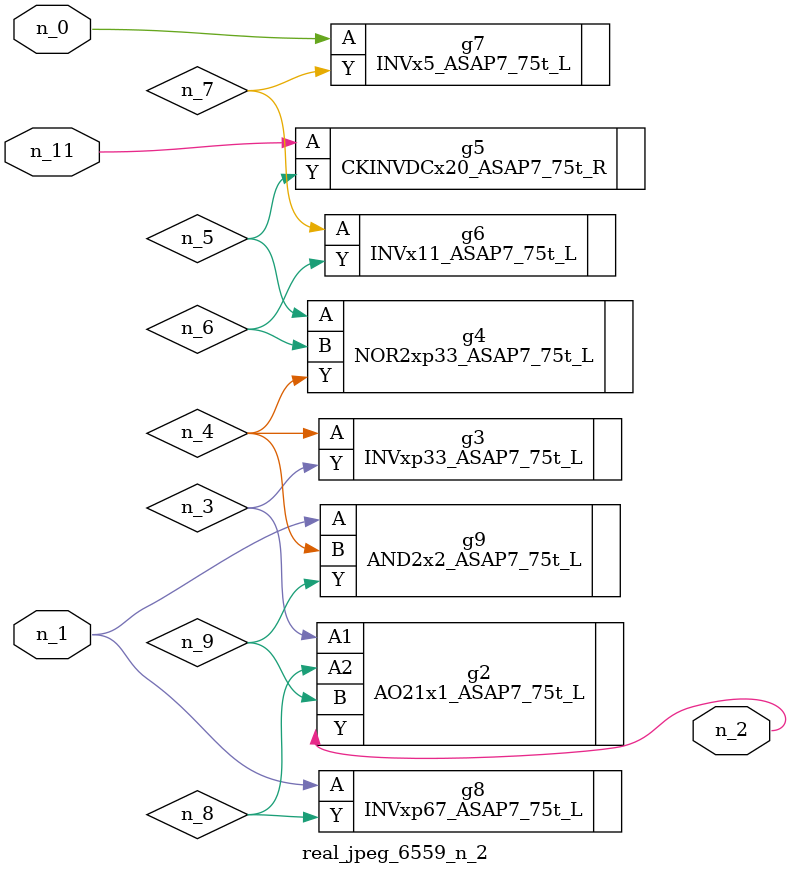
<source format=v>
module real_jpeg_6559_n_2 (n_1, n_11, n_0, n_2);

input n_1;
input n_11;
input n_0;

output n_2;

wire n_5;
wire n_8;
wire n_4;
wire n_6;
wire n_7;
wire n_3;
wire n_9;

INVx5_ASAP7_75t_L g7 ( 
.A(n_0),
.Y(n_7)
);

INVxp67_ASAP7_75t_L g8 ( 
.A(n_1),
.Y(n_8)
);

AND2x2_ASAP7_75t_L g9 ( 
.A(n_1),
.B(n_4),
.Y(n_9)
);

AO21x1_ASAP7_75t_L g2 ( 
.A1(n_3),
.A2(n_8),
.B(n_9),
.Y(n_2)
);

INVxp33_ASAP7_75t_L g3 ( 
.A(n_4),
.Y(n_3)
);

NOR2xp33_ASAP7_75t_L g4 ( 
.A(n_5),
.B(n_6),
.Y(n_4)
);

INVx11_ASAP7_75t_L g6 ( 
.A(n_7),
.Y(n_6)
);

CKINVDCx20_ASAP7_75t_R g5 ( 
.A(n_11),
.Y(n_5)
);


endmodule
</source>
